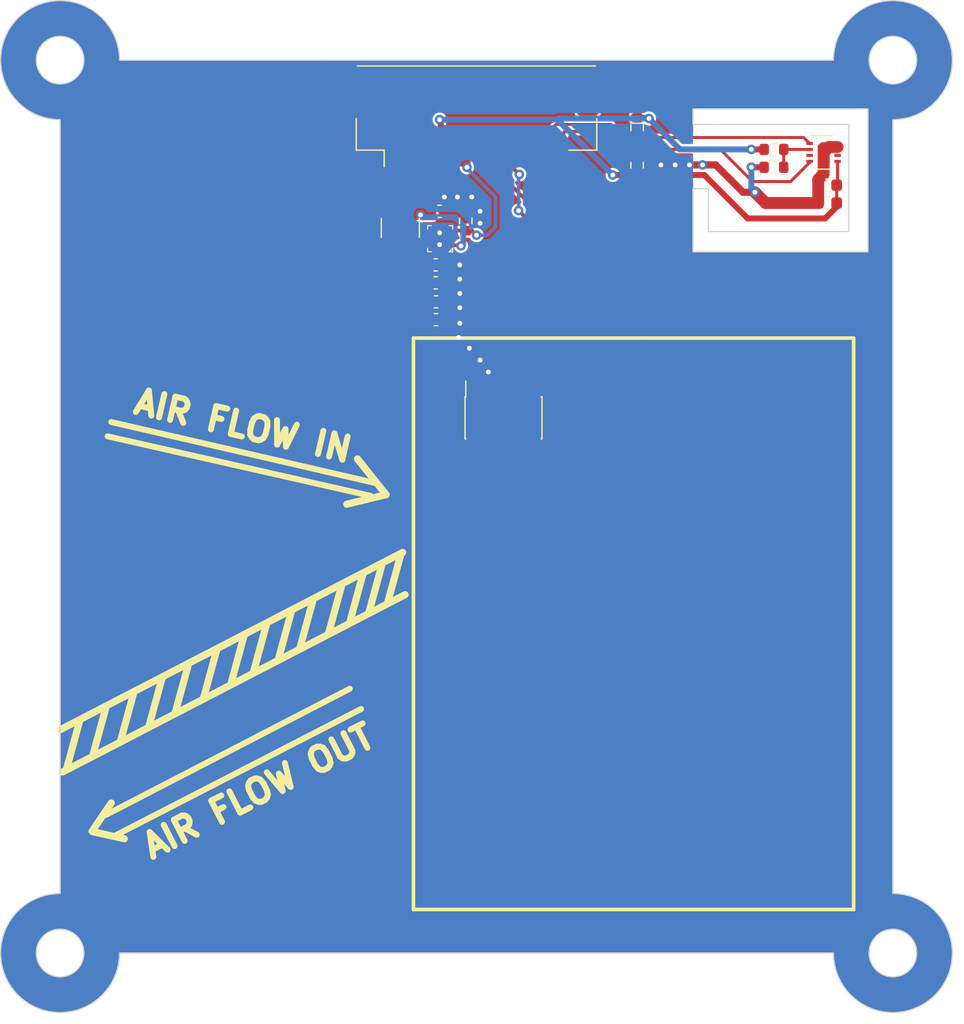
<source format=kicad_pcb>
(kicad_pcb (version 20221018) (generator pcbnew)
  (layers (0 "F.Cu" signal) (31 "B.Cu" signal) (34 "B.Paste" user) (35 "F.Paste" user) (36 "B.SilkS" user "B.Silkscreen") (37 "F.SilkS" user "F.Silkscreen") (38 "B.Mask" user) (39 "F.Mask" user) (44 "Edge.Cuts" user))
  (net 0 "")
  (net 1 "3.3V")
  (net 2 "GND")
  (net 3 "VSYS")
  (net 4 "PWR_EN")
  (net 5 "MCU_RXD")
  (net 6 "MCU_TXD")
  (net 7 "I2C_SDA")
  (net 8 "I2C_SCL")
  (net 9 "+5VD")
  (net 14 "Net-(U2-LX)")
  (net 15 "Net-(U3-ADDR)")
  (footprint "Capacitor_SMD:C_0603_1608Metric" (layer "F.Cu") (at 143.5 87 180)
    (fp_text reference "C5" hide)
    (fp_text value "10uF")
    (fp_line (start -0.14058 -0.51) (end 0.14058 -0.51) (stroke (width 0.12)) (layer "F.SilkS"))
    (fp_line (start -0.14058 0.51) (end 0.14058 0.51) (stroke (width 0.12)) (layer "F.SilkS"))
    (pad "1" smd roundrect (at -0.775 0 180) (size 0.9 0.95) (layers "F.Cu" "F.Paste" "F.Mask") (net 1 "3.3V"))
    (pad "2" smd roundrect (at 0.775 0 180) (size 0.9 0.95) (layers "F.Cu" "F.Paste" "F.Mask") (net 2 "GND"))
  )
  (footprint "particle_kicad_lib:PMS7003" (layer "F.Cu") (at 108.7 146.345)
    (fp_text reference "U1" hide)
    (fp_text value "PMS7003")
    (fp_line (start 0 -48) (end 19 -48) (stroke (width 0.3)) (layer "F.SilkS"))
    (fp_line (start 0 -48) (end 37 -48) (stroke (width 0.1)) (layer "F.SilkS"))
    (fp_line (start 0 0) (end 0 -48) (stroke (width 0.1)) (layer "F.SilkS"))
    (fp_line (start 0 0) (end 0 -48) (stroke (width 0.3)) (layer "F.SilkS"))
    (fp_line (start 4.335 -43.06) (end 4.335 -39.53) (stroke (width 0.12)) (layer "F.SilkS"))
    (fp_line (start 4.335 -43.06) (end 4.4 -43.06) (stroke (width 0.12)) (layer "F.SilkS"))
    (fp_line (start 4.335 -39.53) (end 4.4 -39.53) (stroke (width 0.12)) (layer "F.SilkS"))
    (fp_line (start 4.4 -44.385) (end 4.4 -43.06) (stroke (width 0.12)) (layer "F.SilkS"))
    (fp_line (start 10.74 -43.06) (end 10.805 -43.06) (stroke (width 0.12)) (layer "F.SilkS"))
    (fp_line (start 10.74 -39.53) (end 10.805 -39.53) (stroke (width 0.12)) (layer "F.SilkS"))
    (fp_line (start 10.805 -43.06) (end 10.805 -39.53) (stroke (width 0.12)) (layer "F.SilkS"))
    (fp_line (start 19 -48) (end 37 -48) (stroke (width 0.3)) (layer "F.SilkS"))
    (fp_line (start 37 -48) (end 37 0) (stroke (width 0.1)) (layer "F.SilkS"))
    (fp_line (start 37 -48) (end 37 0) (stroke (width 0.3)) (layer "F.SilkS"))
    (fp_line (start 37 0) (end 0 0) (stroke (width 0.1)) (layer "F.SilkS"))
    (fp_line (start 37 0) (end 0 0) (stroke (width 0.3)) (layer "F.SilkS"))
    (pad "1" smd rect locked (at 5.03 -43.245 90) (size 2.4 0.74) (layers "F.Cu" "F.Paste" "F.Mask") (net 9 "+5VD"))
    (pad "2" smd rect locked (at 5.03 -39.345 90) (size 2.4 0.74) (layers "F.Cu" "F.Paste" "F.Mask") (net 9 "+5VD"))
    (pad "3" smd rect locked (at 6.3 -43.245 90) (size 2.4 0.74) (layers "F.Cu" "F.Paste" "F.Mask") (net 2 "GND"))
    (pad "4" smd rect locked (at 6.3 -39.345 90) (size 2.4 0.74) (layers "F.Cu" "F.Paste" "F.Mask") (net 2 "GND"))
    (pad "5" smd rect locked (at 7.57 -43.245 90) (size 2.4 0.74) (layers "F.Cu" "F.Paste" "F.Mask"))
    (pad "6" smd rect locked (at 7.57 -39.345 90) (size 2.4 0.74) (layers "F.Cu" "F.Paste" "F.Mask"))
    (pad "7" smd rect locked (at 8.84 -43.245 90) (size 2.4 0.74) (layers "F.Cu" "F.Paste" "F.Mask") (net 6 "MCU_TXD"))
    (pad "8" smd rect locked (at 8.84 -39.345 90) (size 2.4 0.74) (layers "F.Cu" "F.Paste" "F.Mask"))
    (pad "9" smd rect locked (at 10.11 -43.245 90) (size 2.4 0.74) (layers "F.Cu" "F.Paste" "F.Mask") (net 5 "MCU_RXD"))
    (pad "10" smd rect locked (at 10.11 -39.345 90) (size 2.4 0.74) (layers "F.Cu" "F.Paste" "F.Mask"))
  )
  (footprint "Capacitor_SMD:C_0603_1608Metric" (layer "F.Cu") (at 110.6 95.3)
    (fp_text reference "C2" hide)
    (fp_text value "10uF")
    (fp_line (start -0.14058 -0.51) (end 0.14058 -0.51) (stroke (width 0.12)) (layer "F.SilkS"))
    (fp_line (start -0.14058 0.51) (end 0.14058 0.51) (stroke (width 0.12)) (layer "F.SilkS"))
    (pad "1" smd roundrect (at -0.775 0) (size 0.9 0.95) (layers "F.Cu" "F.Paste" "F.Mask") (net 9 "+5VD"))
    (pad "2" smd roundrect (at 0.775 0) (size 0.9 0.95) (layers "F.Cu" "F.Paste" "F.Mask") (net 2 "GND"))
  )
  (footprint "Capacitor_SMD:C_0603_1608Metric" (layer "F.Cu") (at 110.9 87.7)
    (fp_text reference "C3" hide)
    (fp_text value "10uF")
    (fp_line (start -0.14058 -0.51) (end 0.14058 -0.51) (stroke (width 0.12)) (layer "F.SilkS"))
    (fp_line (start -0.14058 0.51) (end 0.14058 0.51) (stroke (width 0.12)) (layer "F.SilkS"))
    (pad "1" smd roundrect (at -0.775 0) (size 0.9 0.95) (layers "F.Cu" "F.Paste" "F.Mask") (net 3 "VSYS"))
    (pad "2" smd roundrect (at 0.775 0) (size 0.9 0.95) (layers "F.Cu" "F.Paste" "F.Mask") (net 2 "GND"))
  )
  (footprint "Resistor_SMD:R_0603_1608Metric" (layer "F.Cu") (at 139 84 180)
    (fp_text reference "R3" hide)
    (fp_text value "0R")
    (fp_line (start -0.237258 -0.5225) (end 0.237258 -0.5225) (stroke (width 0.12)) (layer "F.SilkS"))
    (fp_line (start -0.237258 0.5225) (end 0.237258 0.5225) (stroke (width 0.12)) (layer "F.SilkS"))
    (pad "1" smd roundrect (at -0.825 0 180) (size 0.8 0.95) (layers "F.Cu" "F.Paste" "F.Mask") (net 15 "Net-(U3-ADDR)"))
    (pad "2" smd roundrect (at 0.825 0 180) (size 0.8 0.95) (layers "F.Cu" "F.Paste" "F.Mask") (net 2 "GND"))
  )
  (footprint "particle_kicad_lib:DFN-6-1EP_1.8X2mm" (layer "F.Cu") (at 110.9 90 180)
    (fp_text reference "U2" hide)
    (fp_text value "XC9142")
    (fp_line (start -1.1 -1.1) (end -0.8 -1.1) (stroke (width 0.1)) (layer "F.SilkS"))
    (fp_line (start -1.1 -0.8) (end -1.1 -1.1) (stroke (width 0.1)) (layer "F.SilkS"))
    (fp_line (start -1.1 -0.8) (end -0.8 -1.1) (stroke (width 0.1)) (layer "F.SilkS"))
    (fp_line (start -1.1 1.1) (end -1.1 0.8) (stroke (width 0.1)) (layer "F.SilkS"))
    (fp_line (start -0.8 1.1) (end -1.1 1.1) (stroke (width 0.1)) (layer "F.SilkS"))
    (fp_line (start 0.7 -1.1) (end 1 -1.1) (stroke (width 0.1)) (layer "F.SilkS"))
    (fp_line (start 0.75 -0.375) (end 0.68 -0.375) (stroke (width 0.001)) (layer "F.SilkS"))
    (fp_line (start 1 -1.1) (end 1 -0.8) (stroke (width 0.1)) (layer "F.SilkS"))
    (fp_line (start 1 0.8) (end 1 1.1) (stroke (width 0.1)) (layer "F.SilkS"))
    (fp_line (start 1 1.1) (end 0.7 1.1) (stroke (width 0.1)) (layer "F.SilkS"))
    (pad "1" smd rect (at -0.975 -0.55 180) (size 0.45 0.35) (layers "F.Cu" "F.Paste" "F.Mask") (net 3 "VSYS"))
    (pad "2" smd rect (at -0.975 0 180) (size 0.45 0.25) (layers "F.Cu" "F.Paste" "F.Mask") (net 2 "GND"))
    (pad "3" smd rect (at -0.975 0.5 180) (size 0.45 0.25) (layers "F.Cu" "F.Paste" "F.Mask") (net 4 "PWR_EN"))
    (pad "4" smd rect (at 0.975 0.5 180) (size 0.45 0.25) (layers "F.Cu" "F.Paste" "F.Mask") (net 2 "GND"))
    (pad "5" smd rect (at 0.975 0 180) (size 0.45 0.25) (layers "F.Cu" "F.Paste" "F.Mask") (net 14 "Net-(U2-LX)"))
    (pad "6" smd rect (at 0.975 -0.5 180) (size 0.45 0.25) (layers "F.Cu" "F.Paste" "F.Mask") (net 9 "+5VD"))
    (pad "7" smd rect (at 0 0 180) (size 1 1.8) (layers "F.Cu" "F.Paste" "F.Mask") (net 2 "GND"))
  )
  (footprint "Capacitor_SMD:C_0603_1608Metric" (layer "F.Cu") (at 143.5 85.5 180)
    (fp_text reference "C4" hide)
    (fp_text value "0.1uF")
    (fp_line (start -0.14058 -0.51) (end 0.14058 -0.51) (stroke (width 0.12)) (layer "F.SilkS"))
    (fp_line (start -0.14058 0.51) (end 0.14058 0.51) (stroke (width 0.12)) (layer "F.SilkS"))
    (pad "1" smd roundrect (at -0.775 0 180) (size 0.9 0.95) (layers "F.Cu" "F.Paste" "F.Mask") (net 1 "3.3V"))
    (pad "2" smd roundrect (at 0.775 0 180) (size 0.9 0.95) (layers "F.Cu" "F.Paste" "F.Mask") (net 2 "GND"))
  )
  (footprint "Capacitor_SMD:C_0603_1608Metric" (layer "F.Cu") (at 110.575 92.2)
    (fp_text reference "C6" hide)
    (fp_text value "0.1uF")
    (fp_line (start -0.14058 -0.51) (end 0.14058 -0.51) (stroke (width 0.12)) (layer "F.SilkS"))
    (fp_line (start -0.14058 0.51) (end 0.14058 0.51) (stroke (width 0.12)) (layer "F.SilkS"))
    (pad "1" smd roundrect (at -0.775 0) (size 0.9 0.95) (layers "F.Cu" "F.Paste" "F.Mask") (net 9 "+5VD"))
    (pad "2" smd roundrect (at 0.775 0) (size 0.9 0.95) (layers "F.Cu" "F.Paste" "F.Mask") (net 2 "GND"))
  )
  (footprint "Capacitor_SMD:C_0603_1608Metric" (layer "F.Cu") (at 110.575 93.71)
    (fp_text reference "C7" hide)
    (fp_text value "10uF")
    (fp_line (start -0.14058 -0.51) (end 0.14058 -0.51) (stroke (width 0.12)) (layer "F.SilkS"))
    (fp_line (start -0.14058 0.51) (end 0.14058 0.51) (stroke (width 0.12)) (layer "F.SilkS"))
    (pad "1" smd roundrect (at -0.775 0) (size 0.9 0.95) (layers "F.Cu" "F.Paste" "F.Mask") (net 9 "+5VD"))
    (pad "2" smd roundrect (at 0.775 0) (size 0.9 0.95) (layers "F.Cu" "F.Paste" "F.Mask") (net 2 "GND"))
  )
  (footprint "Resistor_SMD:R_0603_1608Metric" (layer "F.Cu") (at 139 82.5)
    (fp_text reference "R2" hide)
    (fp_text value "DNP")
    (fp_line (start -0.237258 -0.5225) (end 0.237258 -0.5225) (stroke (width 0.12)) (layer "F.SilkS"))
    (fp_line (start -0.237258 0.5225) (end 0.237258 0.5225) (stroke (width 0.12)) (layer "F.SilkS"))
    (pad "1" smd roundrect (at -0.825 0) (size 0.8 0.95) (layers "F.Cu" "F.Paste" "F.Mask") (net 1 "3.3V"))
    (pad "2" smd roundrect (at 0.825 0) (size 0.8 0.95) (layers "F.Cu" "F.Paste" "F.Mask") (net 15 "Net-(U3-ADDR)"))
  )
  (footprint "Resistor_SMD:R_0603_1608Metric" (layer "F.Cu") (at 113.1 88.5 90)
    (fp_text reference "R1" hide)
    (fp_text value "100K")
    (fp_line (start -0.237258 -0.5225) (end 0.237258 -0.5225) (stroke (width 0.12)) (layer "F.SilkS"))
    (fp_line (start -0.237258 0.5225) (end 0.237258 0.5225) (stroke (width 0.12)) (layer "F.SilkS"))
    (pad "1" smd roundrect (at -0.825 0 90) (size 0.8 0.95) (layers "F.Cu" "F.Paste" "F.Mask") (net 4 "PWR_EN"))
    (pad "2" smd roundrect (at 0.825 0 90) (size 0.8 0.95) (layers "F.Cu" "F.Paste" "F.Mask") (net 2 "GND"))
  )
  (footprint "Inductor_SMD:L_Abracon_ASPI-3012S" (layer "F.Cu") (at 107.6 89.1 90)
    (fp_text reference "L1" hide)
    (fp_text value "4.7uH")
    (fp_line (start -0.8 -1.6) (end 0.8 -1.6) (stroke (width 0.12)) (layer "F.SilkS"))
    (fp_line (start -0.8 1.6) (end 0.8 1.6) (stroke (width 0.12)) (layer "F.SilkS"))
    (pad "1" smd rect (at -1.15 0 90) (size 1 2.75) (layers "F.Cu" "F.Paste" "F.Mask") (net 14 "Net-(U2-LX)"))
    (pad "2" smd rect (at 1.15 0 90) (size 1 2.75) (layers "F.Cu" "F.Paste" "F.Mask") (net 3 "VSYS"))
  )
  (footprint "Resistor_SMD:R_0603_1608Metric" (layer "F.Cu") (at 127.5 80.675 -90)
    (fp_text reference "R4" hide)
    (fp_text value "NC")
    (fp_line (start -0.237258 -0.5225) (end 0.237258 -0.5225) (stroke (width 0.12)) (layer "F.SilkS"))
    (fp_line (start -0.237258 0.5225) (end 0.237258 0.5225) (stroke (width 0.12)) (layer "F.SilkS"))
    (pad "1" smd roundrect (at -0.825 0 270) (size 0.8 0.95) (layers "F.Cu" "F.Paste" "F.Mask") (net 1 "3.3V"))
    (pad "2" smd roundrect (at 0.825 0 270) (size 0.8 0.95) (layers "F.Cu" "F.Paste" "F.Mask") (net 7 "I2C_SDA"))
  )
  (footprint "Resistor_SMD:R_0603_1608Metric" (layer "F.Cu") (at 127.5 83.825 90)
    (fp_text reference "R5" hide)
    (fp_text value "NC")
    (fp_line (start -0.237258 -0.5225) (end 0.237258 -0.5225) (stroke (width 0.12)) (layer "F.SilkS"))
    (fp_line (start -0.237258 0.5225) (end 0.237258 0.5225) (stroke (width 0.12)) (layer "F.SilkS"))
    (pad "1" smd roundrect (at -0.825 0 90) (size 0.8 0.95) (layers "F.Cu" "F.Paste" "F.Mask") (net 1 "3.3V"))
    (pad "2" smd roundrect (at 0.825 0 90) (size 0.8 0.95) (layers "F.Cu" "F.Paste" "F.Mask") (net 8 "I2C_SCL"))
  )
  (footprint "Connector_Molex:Molex_CLIK-Mate_502443-0870_1x08-1MP_P2.00mm_Vertical" (layer "F.Cu") (at 114 80)
    (fp_text reference "J1" hide)
    (fp_text value "Conn_01x08_Pin")
    (fp_line (start -10.11 -0.09) (end -10.11 2.56) (stroke (width 0.12)) (layer "F.SilkS"))
    (fp_line (start -10.11 2.56) (end -7.76 2.56) (stroke (width 0.12)) (layer "F.SilkS"))
    (fp_line (start -10 -4.51) (end 10 -4.51) (stroke (width 0.12)) (layer "F.SilkS"))
    (fp_line (start -7.76 2.56) (end -7.76 3.95) (stroke (width 0.12)) (layer "F.SilkS"))
    (fp_line (start 10.11 -0.09) (end 10.11 2.56) (stroke (width 0.12)) (layer "F.SilkS"))
    (fp_line (start 10.11 2.56) (end 7.76 2.56) (stroke (width 0.12)) (layer "F.SilkS"))
    (pad "1" smd roundrect locked (at -7 2.5) (size 1 2.9) (layers "F.Cu" "F.Paste" "F.Mask") (net 3 "VSYS"))
    (pad "2" smd roundrect locked (at -5 2.5) (size 1 2.9) (layers "F.Cu" "F.Paste" "F.Mask") (net 2 "GND"))
    (pad "3" smd roundrect locked (at -3 2.5) (size 1 2.9) (layers "F.Cu" "F.Paste" "F.Mask") (net 1 "3.3V"))
    (pad "4" smd roundrect locked (at -1 2.5) (size 1 2.9) (layers "F.Cu" "F.Paste" "F.Mask") (net 4 "PWR_EN"))
    (pad "5" smd roundrect locked (at 1 2.5) (size 1 2.9) (layers "F.Cu" "F.Paste" "F.Mask") (net 5 "MCU_RXD"))
    (pad "6" smd roundrect locked (at 3 2.5) (size 1 2.9) (layers "F.Cu" "F.Paste" "F.Mask") (net 6 "MCU_TXD"))
    (pad "7" smd roundrect locked (at 5 2.5) (size 1 2.9) (layers "F.Cu" "F.Paste" "F.Mask") (net 7 "I2C_SDA"))
    (pad "8" smd roundrect locked (at 7 2.5) (size 1 2.9) (layers "F.Cu" "F.Paste" "F.Mask") (net 8 "I2C_SCL"))
    (pad "MP" smd roundrect locked (at -9.35 -2.15) (size 1.8 3.6) (layers "F.Cu" "F.Paste" "F.Mask") (roundrect_rratio 0.1388888889))
    (pad "MP" smd roundrect locked (at 9.35 -2.15) (size 1.8 3.6) (layers "F.Cu" "F.Paste" "F.Mask") (roundrect_rratio 0.1388888889))
  )
  (footprint "Capacitor_SMD:C_0603_1608Metric" (layer "F.Cu") (at 110.6 96.8)
    (fp_text reference "C1" hide)
    (fp_text value "0.1uF")
    (fp_line (start -0.14058 -0.51) (end 0.14058 -0.51) (stroke (width 0.12)) (layer "F.SilkS"))
    (fp_line (start -0.14058 0.51) (end 0.14058 0.51) (stroke (width 0.12)) (layer "F.SilkS"))
    (pad "1" smd roundrect (at -0.775 0) (size 0.9 0.95) (layers "F.Cu" "F.Paste" "F.Mask") (net 9 "+5VD"))
    (pad "2" smd roundrect (at 0.775 0) (size 0.9 0.95) (layers "F.Cu" "F.Paste" "F.Mask") (net 2 "GND"))
  )
  (footprint "Sensor_Humidity:Sensirion_DFN-8-1EP_2.5x2.5mm_P0.5mm_EP1.1x1.7mm" (layer "F.Cu") (at 143.175 82.75)
    (fp_text reference "U3" hide)
    (fp_text value "SHT31-DIS")
    (fp_line (start -1.09 -1.41) (end 0.65 -1.41) (stroke (width 0.12)) (layer "F.SilkS"))
    (fp_line (start -0.65 1.41) (end 0.65 1.41) (stroke (width 0.12)) (layer "F.SilkS"))
    (pad "1" smd rect (at -1.175 -0.75) (size 0.55 0.25) (layers "F.Cu" "F.Paste" "F.Mask") (net 7 "I2C_SDA"))
    (pad "2" smd rect (at -1.175 -0.25) (size 0.55 0.25) (layers "F.Cu" "F.Paste" "F.Mask") (net 15 "Net-(U3-ADDR)"))
    (pad "3" smd rect (at -1.175 0.25) (size 0.55 0.25) (layers "F.Cu" "F.Paste" "F.Mask"))
    (pad "4" smd rect (at -1.175 0.75 180) (size 0.55 0.25) (layers "F.Cu" "F.Paste" "F.Mask") (net 8 "I2C_SCL"))
    (pad "5" smd rect (at 1.175 0.75) (size 0.55 0.25) (layers "F.Cu" "F.Paste" "F.Mask") (net 1 "3.3V"))
    (pad "6" smd rect (at 1.175 0.25) (size 0.55 0.25) (layers "F.Cu" "F.Paste" "F.Mask"))
    (pad "7" smd rect (at 1.175 -0.25) (size 0.55 0.25) (layers "F.Cu" "F.Paste" "F.Mask") (net 2 "GND"))
    (pad "8" smd rect (at 1.175 -0.75) (size 0.55 0.25) (layers "F.Cu" "F.Paste" "F.Mask") (net 2 "GND"))
    (pad "9" smd custom (at 0 0) (size 1 1) (layers "F.Cu" "F.Mask") (net 2 "GND") (options (clearance outline) (anchor circle)) (primitives (gr_poly (pts (xy 0.5 0.85) (xy -0.5 0.85) (xy -0.5 -0.55) (xy -0.2 -0.85) (xy 0.5 -0.85)) (width 0) (fill yes))))
  )
  (gr_line (start 80.65 130.4875) (end 79.55 134.5125) (stroke (width 0.6)) (layer "F.SilkS"))
  (gr_line (start 104.45 118.1875) (end 103.35 122.2125) (stroke (width 0.6)) (layer "F.SilkS"))
  (gr_line (start 108 119.9) (end 79.2 134.8) (stroke (width 0.6)) (layer "F.SilkS"))
  (gr_line (start 106.4 111.5) (end 103.1 112.3) (stroke (width 0.6)) (layer "F.SilkS"))
  (gr_line (start 83 106.6) (end 105.1 111.6) (stroke (width 0.5)) (layer "F.SilkS"))
  (gr_line (start 84.4 140.4) (end 81.7 139.8) (stroke (width 0.6)) (layer "F.SilkS"))
  (gr_line (start 107.65 116.4875) (end 106.55 120.5125) (stroke (width 0.6)) (layer "F.SilkS"))
  (gr_line (start 107.8 116.35) (end 79 131.25) (stroke (width 0.6)) (layer "F.SilkS"))
  (gr_line (start 87.55 126.9875) (end 86.45 131.0125) (stroke (width 0.6)) (layer "F.SilkS"))
  (gr_line (start 96.35 122.3875) (end 95.25 126.4125) (stroke (width 0.6)) (layer "F.SilkS"))
  (gr_line (start 100.25 120.3875) (end 99.15 124.4125) (stroke (width 0.6)) (layer "F.SilkS"))
  (gr_line (start 104 108.5) (end 106.4 111.5) (stroke (width 0.6)) (layer "F.SilkS"))
  (gr_line (start 98.45 121.2875) (end 97.35 125.3125) (stroke (width 0.6)) (layer "F.SilkS"))
  (gr_line (start 106.05 117.3875) (end 104.95 121.4125) (stroke (width 0.6)) (layer "F.SilkS"))
  (gr_line (start 92.15 124.5875) (end 91.05 128.6125) (stroke (width 0.6)) (layer "F.SilkS"))
  (gr_line (start 83.3 105.4) (end 105.4 110.5) (stroke (width 0.5)) (layer "F.SilkS"))
  (gr_line (start 85.15 128.2875) (end 84.05 132.3125) (stroke (width 0.6)) (layer "F.SilkS"))
  (gr_line (start 83.3 137.4) (end 81.7 139.75) (stroke (width 0.6)) (layer "F.SilkS"))
  (gr_line (start 102.65 119.1875) (end 101.55 123.2125) (stroke (width 0.6)) (layer "F.SilkS"))
  (gr_line (start 94.45 123.3875) (end 93.35 127.4125) (stroke (width 0.6)) (layer "F.SilkS"))
  (gr_line (start 103.35 127.8) (end 82.85 138.4) (stroke (width 0.5)) (layer "F.SilkS"))
  (gr_line (start 82.85 129.3875) (end 81.75 133.4125) (stroke (width 0.6)) (layer "F.SilkS"))
  (gr_line (start 89.75 125.8875) (end 88.65 129.9125) (stroke (width 0.6)) (layer "F.SilkS"))
  (gr_line (start 104.3 129.5) (end 83.6 140.15) (stroke (width 0.5)) (layer "F.SilkS"))
  (gr_line (start 133.5 85.8) (end 132.2 85.8) (stroke (width 0.1)) (layer "Edge.Cuts"))
  (gr_line (start 132.2 91.1) (end 146.9 91.1) (stroke (width 0.1)) (layer "Edge.Cuts"))
  (gr_circle (center 79.000002 75) (end 79.000002 77) (stroke (width 0.1)) (fill none) (layer "Edge.Cuts"))
  (gr_line (start 146.9 91.1) (end 146.9 79.1) (stroke (width 0.1)) (layer "Edge.Cuts"))
  (gr_line (start 132.2 80.4) (end 133.8 80.4) (stroke (width 0.1)) (layer "Edge.Cuts"))
  (gr_line (start 133.5 89.4) (end 133.5 85.8) (stroke (width 0.1)) (layer "Edge.Cuts"))
  (gr_line (start 132.2 85.8) (end 132.2 91.1) (stroke (width 0.1)) (layer "Edge.Cuts"))
  (gr_line (start 145.3 80.4) (end 145.3 89.4) (stroke (width 0.1)) (layer "Edge.Cuts"))
  (gr_line (start 132.2 79.1) (end 132.2 80.4) (stroke (width 0.1)) (layer "Edge.Cuts"))
  (gr_line (start 133.8 80.4) (end 145.3 80.4) (stroke (width 0.1)) (layer "Edge.Cuts"))
  (gr_line (start 146.9 79.1) (end 132.2 79.1) (stroke (width 0.1)) (layer "Edge.Cuts"))
  (gr_line (start 79 145) (end 79 80) (stroke (width 0.1)) (layer "Edge.Cuts"))
  (gr_line (start 145.3 89.4) (end 133.5 89.4) (stroke (width 0.1)) (layer "Edge.Cuts"))
  (gr_line (start 149 80) (end 149 145) (stroke (width 0.1)) (layer "Edge.Cuts"))
  (gr_arc (start 84 150) (mid 75.464466 153.535534) (end 79 145) (stroke (width 0.1)) (layer "Edge.Cuts"))
  (gr_arc (start 149 145) (mid 152.535534 153.535534) (end 144 150) (stroke (width 0.1)) (layer "Edge.Cuts"))
  (gr_line (start 84 75) (end 101 75) (stroke (width 0.1)) (layer "Edge.Cuts"))
  (gr_line (start 101 75) (end 144 75) (stroke (width 0.1)) (layer "Edge.Cuts"))
  (gr_line (start 144 150) (end 84 150) (stroke (width 0.1)) (layer "Edge.Cuts"))
  (gr_circle (center 79 150) (end 79 152) (stroke (width 0.1)) (fill none) (layer "Edge.Cuts"))
  (gr_circle (center 149 150) (end 149 152) (stroke (width 0.1)) (fill none) (layer "Edge.Cuts"))
  (gr_arc (start 79 80) (mid 75.464469 71.464465) (end 84 75) (stroke (width 0.1)) (layer "Edge.Cuts"))
  (gr_arc (start 144 75) (mid 152.535534 71.464466) (end 149 80) (stroke (width 0.1)) (layer "Edge.Cuts"))
  (gr_circle (center 149 75) (end 149 77) (stroke (width 0.1)) (fill none) (layer "Edge.Cuts"))
  (gr_text "AIR FLOW OUT\n" (at 86.5 142.4 27) (layer "F.SilkS") (effects (font (size 2 2) (thickness 0.5) bold) (justify left bottom)))
  (gr_text "AIR FLOW IN\n" (at 84.8 104.7 347) (layer "F.SilkS") (effects (font (size 2 2) (thickness 0.5) bold) (justify left bottom)))
  (segment (start 143.3 88.3) (end 136.8 88.3) (width 0.5) (layer "F.Cu") (net 1))
  (segment (start 111 80.1) (end 110.9 80) (width 0.5) (layer "F.Cu") (net 1))
  (segment (start 127.5 79.85) (end 128.45 79.85) (width 0.5) (layer "F.Cu") (net 1))
  (segment (start 144.275 87) (end 144.275 87.325) (width 0.5) (layer "F.Cu") (net 1))
  (segment (start 144.35 83.5) (end 144.35 85.425) (width 0.25) (layer "F.Cu") (net 1))
  (segment (start 136.8 88.3) (end 133.15 84.65) (width 0.5) (layer "F.Cu") (net 1))
  (segment (start 111 82.5) (end 111 80.1) (width 0.5) (layer "F.Cu") (net 1))
  (segment (start 125.4 84.6) (end 125.45 84.65) (width 0.5) (layer "F.Cu") (net 1))
  (segment (start 144.275 85.5) (end 144.275 87) (width 0.25) (layer "F.Cu") (net 1))
  (segment (start 128.45 79.85) (end 128.5 79.9) (width 0.5) (layer "F.Cu") (net 1))
  (segment (start 144.275 87.325) (end 143.3 88.3) (width 0.5) (layer "F.Cu") (net 1))
  (segment (start 133.15 84.65) (end 127.5 84.65) (width 0.5) (layer "F.Cu") (net 1))
  (segment (start 138.175 82.5) (end 137.1 82.5) (width 0.5) (layer "F.Cu") (net 1))
  (segment (start 127.5 84.65) (end 125.45 84.65) (width 0.5) (layer "F.Cu") (net 1))
  (segment (start 144.35 85.425) (end 144.275 85.5) (width 0.25) (layer "F.Cu") (net 1))
  (via (at 125.45 84.65) (size 0.8) (drill 0.4) (layers "F.Cu" "B.Cu") (net 1))
  (via (at 137.1 82.5) (size 0.8) (drill 0.4) (layers "F.Cu" "B.Cu") (net 1))
  (via (at 110.9 80) (size 0.8) (drill 0.4) (layers "F.Cu" "B.Cu") (net 1))
  (via (at 128.5 79.9) (size 0.8) (drill 0.4) (layers "F.Cu" "B.Cu") (net 1))
  (segment (start 120.8 80) (end 110.9 80) (width 0.5) (layer "B.Cu") (net 1))
  (segment (start 120.8 80) (end 120.9 79.9) (width 0.5) (layer "B.Cu") (net 1))
  (segment (start 125.45 84.65) (end 120.8 80) (width 0.5) (layer "B.Cu") (net 1))
  (segment (start 120.9 79.9) (end 128.5 79.9) (width 0.5) (layer "B.Cu") (net 1))
  (segment (start 131.1 82.5) (end 128.5 79.9) (width 0.5) (layer "B.Cu") (net 1))
  (segment (start 137.1 82.5) (end 131.1 82.5) (width 0.5) (layer "B.Cu") (net 1))
  (segment (start 111.35 97.45) (end 115 101.1) (width 0.3) (layer "F.Cu") (net 2))
  (segment (start 137.4 86.1) (end 138.3 87) (width 1) (layer "F.Cu") (net 2))
  (segment (start 144.35 82.5) (end 144.35 82.3) (width 0.25) (layer "F.Cu") (net 2))
  (segment (start 142.725 85.025) (end 142.725 85.5) (width 1) (layer "F.Cu") (net 2))
  (segment (start 138.3 87) (end 142.725 87) (width 1) (layer "F.Cu") (net 2))
  (segment (start 144.35 82) (end 143.925 82) (width 0.25) (layer "F.Cu") (net 2))
  (segment (start 143.175 82.75) (end 143.175 84.575) (width 1) (layer "F.Cu") (net 2))
  (segment (start 111.5 87.675) (end 111.175 88) (width 0.3) (layer "F.Cu") (net 2))
  (segment (start 136.4 86.1) (end 134.1 83.8) (width 0.6) (layer "F.Cu") (net 2))
  (segment (start 143.625 82.3) (end 143.175 82.75) (width 1) (layer "F.Cu") (net 2))
  (segment (start 110.9 90) (end 110.9 91.75) (width 0.3) (layer "F.Cu") (net 2))
  (segment (start 109 82.5) (end 109 84.4) (width 0.3) (layer "F.Cu") (net 2))
  (segment (start 109.925 89.5) (end 110.4 89.5) (width 0.3) (layer "F.Cu") (net 2))
  (segment (start 111.875 90) (end 110.9 90) (width 0.3) (layer "F.Cu") (net 2))
  (segment (start 144.35 82.3) (end 144.35 82) (width 0.25) (layer "F.Cu") (net 2))
  (segment (start 115 101.1) (end 115 107) (width 0.3) (layer "F.Cu") (net 2))
  (segment (start 143.175 84.575) (end 142.725 85.025) (width 1) (layer "F.Cu") (net 2))
  (segment (start 110.9 88.475) (end 111.675 87.7) (width 0.3) (layer "F.Cu") (net 2))
  (segment (start 144.35 82.3) (end 143.625 82.3) (width 1) (layer "F.Cu") (net 2))
  (segment (start 111.175 86.575) (end 111.175 88) (width 0.3) (layer "F.Cu") (net 2))
  (segment (start 110.9 90) (end 110.9 88.475) (width 0.3) (layer "F.Cu") (net 2))
  (segment (start 138.175 84) (end 137.1 84) (width 0.5) (layer "F.Cu") (net 2))
  (segment (start 113.1 87.675) (end 111.5 87.675) (width 0.3) (layer "F.Cu") (net 2))
  (segment (start 109 84.4) (end 111.175 86.575) (width 0.3) (layer "F.Cu") (net 2))
  (segment (start 134.1 83.8) (end 129.2 83.8) (width 0.6) (layer "F.Cu") (net 2))
  (segment (start 111.35 92.2) (end 111.35 97.45) (width 0.3) (layer "F.Cu") (net 2))
  (segment (start 137.4 86.1) (end 136.4 86.1) (width 0.6) (layer "F.Cu") (net 2))
  (segment (start 142.725 85.5) (end 142.725 87) (width 1) (layer "F.Cu") (net 2))
  (segment (start 110.9 91.75) (end 111.35 92.2) (width 0.3) (layer "F.Cu") (net 2))
  (segment (start 110.4 89.5) (end 110.9 90) (width 0.3) (layer "F.Cu") (net 2))
  (segment (start 143.925 82) (end 143.175 82.75) (width 0.25) (layer "F.Cu") (net 2))
  (via (at 111.3 86.5) (size 0.8) (drill 0.4) (layers "F.Cu" "B.Cu") (net 2))
  (via (at 113.4 99.2) (size 0.8) (drill 0.4) (layers "F.Cu" "B.Cu") (net 2))
  (via (at 110.9 90.5) (size 0.8) (drill 0.4) (layers "F.Cu" "B.Cu") (net 2))
  (via (at 130.7 83.8) (size 0.8) (drill 0.4) (layers "F.Cu" "B.Cu") (net 2))
  (via (at 110.9 89.5) (size 0.8) (drill 0.4) (layers "F.Cu" "B.Cu") (net 2))
  (via (at 112.6 97.1) (size 0.8) (drill 0.4) (layers "F.Cu" "B.Cu") (net 2))
  (via (at 131.9 83.8) (size 0.8) (drill 0.4) (layers "F.Cu" "B.Cu") (net 2))
  (via (at 114.3 100.2) (size 0.8) (drill 0.4) (layers "F.Cu" "B.Cu") (net 2))
  (via (at 129.5 83.8) (size 0.8) (drill 0.4) (layers "F.Cu" "B.Cu") (net 2))
  (via (at 112.4 86.5) (size 0.8) (drill 0.4) (layers "F.Cu" "B.Cu") (net 2))
  (via (at 112.6 93.4) (size 0.8) (drill 0.4) (layers "F.Cu" "B.Cu") (net 2))
  (via (at 133 83.8) (size 0.8) (drill 0.4) (layers "F.Cu" "B.Cu") (net 2))
  (via (at 114.3 88.7) (size 0.8) (drill 0.4) (layers "F.Cu" "B.Cu") (net 2))
  (via (at 112.5 98.3) (size 0.8) (drill 0.4) (layers "F.Cu" "B.Cu") (net 2))
  (via (at 113.6 86.5) (size 0.8) (drill 0.4) (layers "F.Cu" "B.Cu") (net 2))
  (via (at 115 101.2) (size 0.8) (drill 0.4) (layers "F.Cu" "B.Cu") (net 2))
  (via (at 112.6 95.8) (size 0.8) (drill 0.4) (layers "F.Cu" "B.Cu") (net 2))
  (via (at 137.1 84) (size 0.8) (drill 0.4) (layers "F.Cu" "B.Cu") (net 2))
  (via (at 137.4 86.1) (size 0.8) (drill 0.4) (layers "F.Cu" "B.Cu") (net 2))
  (via (at 112.6 94.6) (size 0.8) (drill 0.4) (layers "F.Cu" "B.Cu") (net 2))
  (via (at 114.3 87.7) (size 0.8) (drill 0.4) (layers "F.Cu" "B.Cu") (net 2))
  (via (at 112.6 92.2) (size 0.8) (drill 0.4) (layers "F.Cu" "B.Cu") (net 2))
  (segment (start 137.4 86.1) (end 137.1 85.8) (width 0.5) (layer "B.Cu") (net 2))
  (segment (start 137.1 85.8) (end 137.1 84) (width 0.5) (layer "B.Cu") (net 2))
  (segment (start 109.625 86.625) (end 109.625 88) (width 0.3) (layer "F.Cu") (net 3))
  (segment (start 107 84) (end 109.625 86.625) (width 0.3) (layer "F.Cu") (net 3))
  (segment (start 106.425 88) (end 106.4 87.975) (width 0.3) (layer "F.Cu") (net 3))
  (segment (start 112.65 90.55) (end 112.7 90.6) (width 0.3) (layer "F.Cu") (net 3))
  (segment (start 109.625 88) (end 106.425 88) (width 0.3) (layer "F.Cu") (net 3))
  (segment (start 111.875 90.55) (end 112.65 90.55) (width 0.3) (layer "F.Cu") (net 3))
  (segment (start 107 82.5) (end 107 84) (width 0.3) (layer "F.Cu") (net 3))
  (segment (start 109.3 88) (end 109.25 87.95) (width 0.25) (layer "F.Cu") (net 3))
  (segment (start 109.25 87.95) (end 107 87.95) (width 0.25) (layer "F.Cu") (net 3))
  (via (at 112.7 90.6) (size 0.8) (drill 0.4) (layers "F.Cu" "B.Cu") (net 3))
  (via (at 109.3 88) (size 0.8) (drill 0.4) (layers "F.Cu" "B.Cu") (net 3))
  (segment (start 112.2 88.2) (end 109.5 88.2) (width 0.5) (layer "B.Cu") (net 3))
  (segment (start 112.9 90.4) (end 112.9 88.9) (width 0.5) (layer "B.Cu") (net 3))
  (segment (start 109.5 88.2) (end 109.3 88) (width 0.5) (layer "B.Cu") (net 3))
  (segment (start 112.9 88.9) (end 112.2 88.2) (width 0.5) (layer "B.Cu") (net 3))
  (segment (start 109.3 88) (end 109.25 87.95) (width 0.3) (layer "B.Cu") (net 3))
  (segment (start 112.7 90.6) (end 112.9 90.4) (width 0.3) (layer "B.Cu") (net 3))
  (segment (start 113.625 89.325) (end 114 89.7) (width 0.3) (layer "F.Cu") (net 4))
  (segment (start 113.1 89.325) (end 112.05 89.325) (width 0.3) (layer "F.Cu") (net 4))
  (segment (start 113.1 89.325) (end 113.625 89.325) (width 0.3) (layer "F.Cu") (net 4))
  (segment (start 112.05 89.325) (end 111.875 89.5) (width 0.3) (layer "F.Cu") (net 4))
  (via (at 113.2 84) (size 0.8) (drill 0.4) (layers "F.Cu" "B.Cu") (net 4))
  (via (at 114 89.7) (size 0.8) (drill 0.4) (layers "F.Cu" "B.Cu") (net 4))
  (segment (start 113.2 84.1) (end 113.2 84) (width 0.3) (layer "B.Cu") (net 4))
  (segment (start 114 89.7) (end 114.9 89.7) (width 0.3) (layer "B.Cu") (net 4))
  (segment (start 115.6 89) (end 115.6 86.5) (width 0.3) (layer "B.Cu") (net 4))
  (segment (start 115.6 86.5) (end 113.2 84.1) (width 0.3) (layer "B.Cu") (net 4))
  (segment (start 114.9 89.7) (end 115.6 89) (width 0.3) (layer "B.Cu") (net 4))
  (segment (start 118.81 103.1) (end 118.81 87.41) (width 0.3) (layer "F.Cu") (net 5))
  (segment (start 115 83.6) (end 115 82.5) (width 0.3) (layer "F.Cu") (net 5))
  (segment (start 118.81 87.41) (end 115 83.6) (width 0.3) (layer "F.Cu") (net 5))
  (segment (start 117.54 102.1) (end 118.3 101.34) (width 0.3) (layer "F.Cu") (net 6))
  (segment (start 117 82.5) (end 117 84) (width 0.3) (layer "F.Cu") (net 6))
  (segment (start 117 84) (end 117.6 84.6) (width 0.3) (layer "F.Cu") (net 6))
  (segment (start 118.3 101.34) (end 118.3 88.4) (width 0.3) (layer "F.Cu") (net 6))
  (segment (start 117.54 103.1) (end 117.54 102.1) (width 0.3) (layer "F.Cu") (net 6))
  (segment (start 117.5 87.6) (end 117.54 87.64) (width 0.3) (layer "F.Cu") (net 6))
  (segment (start 118.3 88.4) (end 117.54 87.64) (width 0.3) (layer "F.Cu") (net 6))
  (via (at 117.54 87.64) (size 0.8) (drill 0.4) (layers "F.Cu" "B.Cu") (net 6))
  (via (at 117.6 84.6) (size 0.8) (drill 0.4) (layers "F.Cu" "B.Cu") (net 6))
  (segment (start 117.54 84.66) (end 117.6 84.6) (width 0.3) (layer "B.Cu") (net 6))
  (segment (start 117.54 87.64) (end 117.54 84.66) (width 0.3) (layer "B.Cu") (net 6))
  (segment (start 125.3 80.4) (end 126.4 81.5) (width 0.25) (layer "F.Cu") (net 7))
  (segment (start 126.4 81.5) (end 127.5 81.5) (width 0.25) (layer "F.Cu") (net 7))
  (segment (start 141.5 81.5) (end 142 82) (width 0.25) (layer "F.Cu") (net 7))
  (segment (start 119 82.1) (end 120.7 80.4) (width 0.25) (layer "F.Cu") (net 7))
  (segment (start 127.5 81.5) (end 141.5 81.5) (width 0.25) (layer "F.Cu") (net 7))
  (segment (start 120.7 80.4) (end 125.3 80.4) (width 0.25) (layer "F.Cu") (net 7))
  (segment (start 119 82.5) (end 119 82.1) (width 0.25) (layer "F.Cu") (net 7))
  (segment (start 127.2 83) (end 127.5 83) (width 0.25) (layer "F.Cu") (net 8))
  (segment (start 142 83.6) (end 140.4 85.2) (width 0.25) (layer "F.Cu") (net 8))
  (segment (start 142 83.5) (end 142 83.6) (width 0.25) (layer "F.Cu") (net 8))
  (segment (start 121.4 81) (end 125.2 81) (width 0.25) (layer "F.Cu") (net 8))
  (segment (start 128 82.5) (end 127.5 83) (width 0.25) (layer "F.Cu") (net 8))
  (segment (start 134.5 82.5) (end 128 82.5) (width 0.25) (layer "F.Cu") (net 8))
  (segment (start 121 81.4) (end 121.4 81) (width 0.25) (layer "F.Cu") (net 8))
  (segment (start 125.2 81) (end 127.2 83) (width 0.25) (layer "F.Cu") (net 8))
  (segment (start 140.4 85.2) (end 137.2 85.2) (width 0.25) (layer "F.Cu") (net 8))
  (segment (start 121 82.5) (end 121 81.4) (width 0.25) (layer "F.Cu") (net 8))
  (segment (start 137.2 85.2) (end 134.5 82.5) (width 0.25) (layer "F.Cu") (net 8))
  (segment (start 113.73 103.1) (end 113.73 107) (width 0.3) (layer "F.Cu") (net 9))
  (segment (start 109.825 96.8) (end 109.825 99.195) (width 0.3) (layer "F.Cu") (net 9))
  (segment (start 109.8 92.2) (end 109.8 96.775) (width 0.3) (layer "F.Cu") (net 9))
  (segment (start 109.925 90.7) (end 109.925 92.075) (width 0.3) (layer "F.Cu") (net 9))
  (segment (start 109.925 92.075) (end 109.8 92.2) (width 0.3) (layer "F.Cu") (net 9))
  (segment (start 109.825 99.195) (end 113.73 103.1) (width 0.3) (layer "F.Cu") (net 9))
  (segment (start 109.8 96.775) (end 109.825 96.8) (width 0.3) (layer "F.Cu") (net 9))
  (segment (start 109.925 90) (end 107.25 90) (width 0.3) (layer "F.Cu") (net 14))
  (segment (start 139.825 84) (end 139.825 82.5) (width 0.25) (layer "F.Cu") (net 15))
  (segment (start 142 82.5) (end 139.825 82.5) (width 0.25) (layer "F.Cu") (net 15))
  (zone (net 14) (net_name "Net-(U2-LX)") (layer "F.Cu") (priority 1) (connect_pads yes (clearance 0.2)) (min_thickness 0.25) (fill yes (thermal_gap 0.5) (thermal_bridge_width 0.5))
    (polygon (pts (xy 109 89.7) (xy 109 89.8) (xy 110.1 89.8) (xy 110.1 90.2) (xy 109 90.2) (xy 109 90.8) (xy 106.1 90.8) (xy 106.1 89.7)))
  )
  (zone (net 9) (net_name "+5VD") (layer "F.Cu") (priority 2) (connect_pads yes (clearance 0.2)) (min_thickness 0.25) (fill yes (thermal_gap 0.5) (thermal_bridge_width 0.5))
    (polygon (pts (xy 109.5 90.5) (xy 110.2 90.5) (xy 110.2 97.9) (xy 114.2 101.9) (xy 114.2 108.4) (xy 112.8 108.4) (xy 112.8 103.2) (xy 108.8 99.2) (xy 108.8 91.4) (xy 109.5 91.2)))
  )
  (zone (net 3) (net_name "VSYS") (layer "F.Cu") (priority 3) (connect_pads yes (clearance 0.2)) (min_thickness 0.25) (fill yes (thermal_gap 0.5) (thermal_bridge_width 0.5))
    (polygon (pts (xy 106.4 81) (xy 107.8 81) (xy 107.8 84) (xy 110.3 86.6) (xy 110.6 87) (xy 110.6 88.1) (xy 110.4 88.4) (xy 106.2 88.4) (xy 106.2 87.4) (xy 109.3 87.4) (xy 109.2 86.8) (xy 106.4 83.9) (xy 106.4 83.7)))
  )
  (zone (net 2) (net_name "GND") (layers "F&B.Cu") (priority 1) (connect_pads yes (clearance 0.2)) (min_thickness 0.25) (fill yes (thermal_gap 0.5) (thermal_bridge_width 0.5))
    (polygon (pts (xy 74 70) (xy 154 70) (xy 155 71) (xy 155 155) (xy 154 156) (xy 74 156) (xy 74 124) (xy 74 79)))
  )
  (zone (net 0) (net_name "") (layers "F&B.Cu" "Edge.Cuts") (connect_pads yes (clearance 0)) (min_thickness 0.25)
    (keepout (tracks allowed) (vias allowed) (pads allowed) (copperpour not_allowed) (footprints allowed))
    (fill (thermal_gap 0.5) (thermal_bridge_width 0.5))
    (polygon (pts (xy 132.2 79.1) (xy 146.9 79.1) (xy 146.9 91.1) (xy 132.6 91.1) (xy 132.2 90.7)))
  )
  (zone (net 0) (net_name "") (layers "F.Cu" "User.1") (connect_pads yes (clearance 0)) (min_thickness 0.25)
    (keepout (tracks not_allowed) (vias not_allowed) (pads not_allowed) (copperpour not_allowed) (footprints allowed))
    (fill (thermal_gap 0.5) (thermal_bridge_width 0.5))
    (polygon (pts (xy 106 88.4) (xy 106 89.7) (xy 109.4 89.7) (xy 109.4 88.4)))
  )
)
</source>
